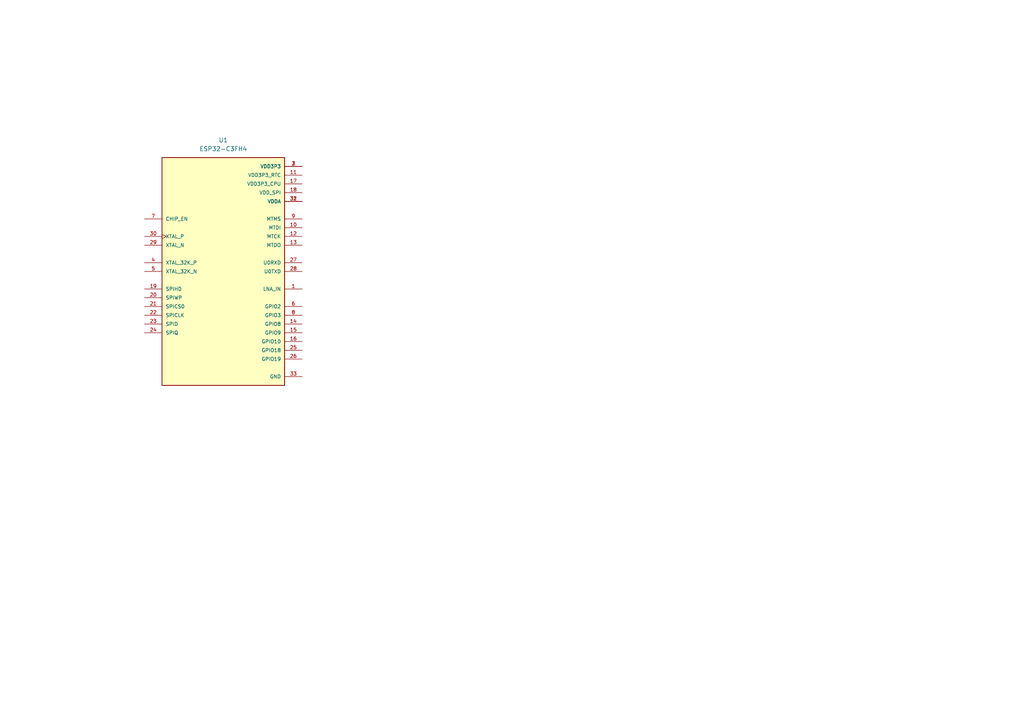
<source format=kicad_sch>
(kicad_sch (version 20230121) (generator eeschema)
  (paper "A4")
  (lib_symbols
    (symbol "ESP32-C3FH4:ESP32-C3FH4" (pin_names (offset 1.016))
      (property "Reference" "U" (at -17.78 33.782 0))
      (property "Value" "ESP32-C3FH4" (at -17.78 -33.782 0))
      (symbol "ESP32-C3FH4_0_0"
        (rectangle (start -17.78 -33.02) (end 17.78 33.02) (stroke (width 0.254)) (fill (type background)))
        (pin bidirectional line (at 22.86 -5.08 180) (length 5.08) (name "LNA_IN") (number "1"))
        (pin bidirectional line (at 22.86 12.7 180) (length 5.08) (name "MTDI") (number "10"))
        (pin power_in line (at 22.86 27.94 180) (length 5.08) (name "VDD3P3_RTC") (number "11"))
        (pin bidirectional line (at 22.86 10.16 180) (length 5.08) (name "MTCK") (number "12"))
        (pin bidirectional line (at 22.86 7.62 180) (length 5.08) (name "MTDO") (number "13"))
        (pin bidirectional line (at 22.86 -15.24 180) (length 5.08) (name "GPIO8") (number "14"))
        (pin bidirectional line (at 22.86 -17.78 180) (length 5.08) (name "GPIO9") (number "15"))
        (pin bidirectional line (at 22.86 -20.32 180) (length 5.08) (name "GPIO10") (number "16"))
        (pin power_in line (at 22.86 25.4 180) (length 5.08) (name "VDD3P3_CPU") (number "17"))
        (pin power_in line (at 22.86 22.86 180) (length 5.08) (name "VDD_SPI") (number "18"))
        (pin bidirectional line (at -22.86 -5.08 0) (length 5.08) (name "SPIHD") (number "19"))
        (pin power_in line (at 22.86 30.48 180) (length 5.08) (name "VDD3P3") (number "2"))
        (pin bidirectional line (at -22.86 -7.62 0) (length 5.08) (name "SPIWP") (number "20"))
        (pin bidirectional line (at -22.86 -10.16 0) (length 5.08) (name "SPICS0") (number "21"))
        (pin bidirectional line (at -22.86 -12.7 0) (length 5.08) (name "SPICLK") (number "22"))
        (pin bidirectional line (at -22.86 -15.24 0) (length 5.08) (name "SPID") (number "23"))
        (pin bidirectional line (at -22.86 -17.78 0) (length 5.08) (name "SPIQ") (number "24"))
        (pin bidirectional line (at 22.86 -22.86 180) (length 5.08) (name "GPIO18") (number "25"))
        (pin bidirectional line (at 22.86 -25.4 180) (length 5.08) (name "GPIO19") (number "26"))
        (pin bidirectional line (at 22.86 2.54 180) (length 5.08) (name "U0RXD") (number "27"))
        (pin bidirectional line (at 22.86 0 180) (length 5.08) (name "U0TXD") (number "28"))
        (pin output line (at -22.86 7.62 0) (length 5.08) (name "XTAL_N") (number "29"))
        (pin power_in line (at 22.86 30.48 180) (length 5.08) (name "VDD3P3") (number "3"))
        (pin input clock (at -22.86 10.16 0) (length 5.08) (name "XTAL_P") (number "30"))
        (pin power_in line (at 22.86 20.32 180) (length 5.08) (name "VDDA") (number "31"))
        (pin power_in line (at 22.86 20.32 180) (length 5.08) (name "VDDA") (number "32"))
        (pin power_in line (at 22.86 -30.48 180) (length 5.08) (name "GND") (number "33"))
        (pin bidirectional line (at -22.86 2.54 0) (length 5.08) (name "XTAL_32K_P") (number "4"))
        (pin bidirectional line (at -22.86 0 0) (length 5.08) (name "XTAL_32K_N") (number "5"))
        (pin bidirectional line (at 22.86 -10.16 180) (length 5.08) (name "GPIO2") (number "6"))
        (pin input line (at -22.86 15.24 0) (length 5.08) (name "CHIP_EN") (number "7"))
        (pin bidirectional line (at 22.86 -12.7 180) (length 5.08) (name "GPIO3") (number "8"))
        (pin bidirectional line (at 22.86 15.24 180) (length 5.08) (name "MTMS") (number "9"))
      )
    )
  )
  (symbol (lib_id "ESP32-C3FH4:ESP32-C3FH4") (at 64.77 78.74 0) (unit 1)
    (property "Reference" "U1" (at 64.77 40.64 0))
    (property "Value" "ESP32-C3FH4" (at 64.77 43.18 0))
    (property "Footprint" "ESP32-C3FH4:QFN50P500X500X90-33N" (effects hide))
    (property "MF" "Espressif Systems" (effects hide))
    (property "MAXIMUM_PACKAGE_HEIGHT" "0.9mm" (effects hide))
    (property "Package" "VFQFN-32 Espressif Systems" (effects hide))
    (property "Price" "None" (effects hide))
    (property "Check_prices" "https://www.snapeda.com/parts/ESP32-C3FH4/Espressif+Systems/view-part/?ref=eda" (effects hide))
    (property "STANDARD" "IPC 7351B" (effects hide))
    (property "PARTREV" "V1.0" (effects hide))
    (property "SnapEDA_Link" "https://www.snapeda.com/parts/ESP32-C3FH4/Espressif+Systems/view-part/?ref=snap" (effects hide))
    (property "MP" "ESP32-C3FH4" (effects hide))
    (property "Purchase-URL" "https://www.snapeda.com/api/url_track_click_mouser/?unipart_id=5881917&manufacturer=Espressif Systems&part_name=ESP32-C3FH4&search_term=None" (effects hide))
    (property "Description" "\nBluetooth, WiFi 802.11b/g/n, Bluetooth v5.0 Transceiver Module 2.402GHz ~ 2.48GHz Antenna Not Included Surface Mount\n" (effects hide))
    (property "Availability" "In Stock" (effects hide))
    (property "MANUFACTURER" "Espressif" (effects hide))
  )
)
</source>
